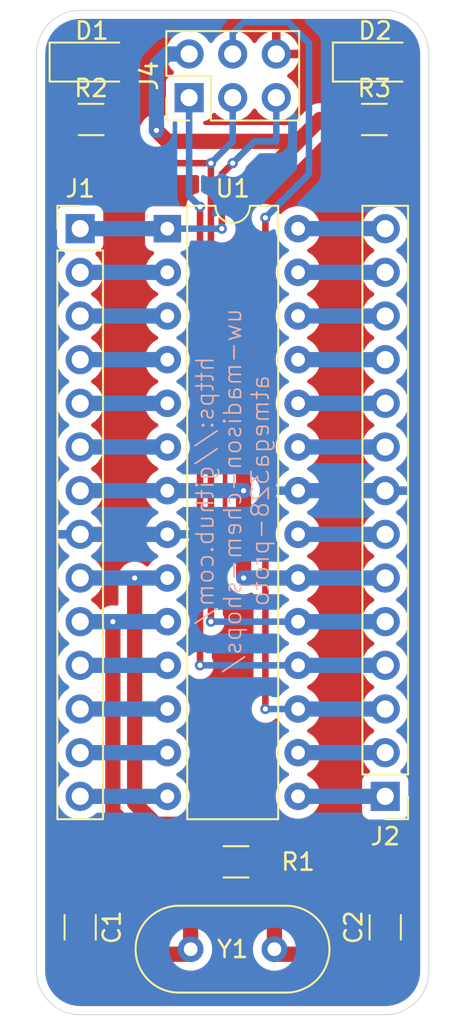
<source format=kicad_pcb>
(kicad_pcb (version 20240108) (generator "pcbnew") (generator_version "8.0")
  (title_block (title "AtMega328 protoboard") (date "2024-04-02") (rev "A") (company "Univeristy of Wisconsin-Madison") (comment 1 "Department of Chemistry") (comment 2 "Blaise Thompson") (comment 3 "blaise.thompson@wisc.edu"))
  (layers (0 "F.Cu" signal) (31 "B.Cu" signal) (34 "B.Paste" user) (35 "F.Paste" user) (36 "B.SilkS" user "B.Silkscreen") (37 "F.SilkS" user "F.Silkscreen") (38 "B.Mask" user) (39 "F.Mask" user) (44 "Edge.Cuts" user))
  (net 0 "")
  (net 1 "GND")
  (net 2 "Net-(D1-A)")
  (net 3 "VCC")
  (net 4 "MISO")
  (net 5 "RESET")
  (net 6 "MOSI")
  (net 7 "SCK")
  (net 8 "10")
  (net 9 "9")
  (net 10 "3")
  (net 11 "2")
  (net 12 "11")
  (net 13 "5")
  (net 14 "12")
  (net 15 "6")
  (net 16 "13")
  (net 17 "14")
  (net 18 "4")
  (net 19 "23")
  (net 20 "15")
  (net 21 "27")
  (net 22 "28")
  (net 23 "24")
  (net 24 "26")
  (net 25 "21")
  (net 26 "25")
  (net 27 "16")
  (net 28 "Net-(D2-A)")
  (footprint "LED_SMD:LED_1206_3216Metric_Pad1.42x1.75mm_HandSolder" (layer "F.Cu") (at 116.25 53.81)
    (property "Reference" "D2" (at 0 -1.82 0) (layer "F.SilkS"))
    (property "Value" "LED")
    (fp_line (start -2.46 -1.135) (end -2.46 1.135) (stroke (width 0.12)) (layer "F.SilkS"))
    (fp_line (start -2.46 1.135) (end 1.6 1.135) (stroke (width 0.12)) (layer "F.SilkS"))
    (fp_line (start 1.6 -1.135) (end -2.46 -1.135) (stroke (width 0.12)) (layer "F.SilkS"))
    (pad "1" smd roundrect (at -1.4875 0) (size 1.425 1.75) (layers "F.Cu" "F.Paste" "F.Mask") (roundrect_rratio 0.175439) (net 1 "GND"))
    (pad "2" smd roundrect (at 1.4875 0) (size 1.425 1.75) (layers "F.Cu" "F.Paste" "F.Mask") (roundrect_rratio 0.175439) (net 28 "Net-(D2-A)"))
  )
  (footprint "Package_DIP:DIP-28_W7.62mm" (layer "F.Cu") (at 104.14 63.5)
    (property "Reference" "U1" (at 3.81 -2.33 0) (layer "F.SilkS"))
    (property "Value" "ATmega328-P")
    (fp_line (start 1.16 -1.33) (end 1.16 34.35) (stroke (width 0.12)) (layer "F.SilkS"))
    (fp_line (start 1.16 34.35) (end 6.46 34.35) (stroke (width 0.12)) (layer "F.SilkS"))
    (fp_line (start 2.81 -1.33) (end 1.16 -1.33) (stroke (width 0.12)) (layer "F.SilkS"))
    (fp_line (start 6.46 -1.33) (end 4.81 -1.33) (stroke (width 0.12)) (layer "F.SilkS"))
    (fp_line (start 6.46 34.35) (end 6.46 -1.33) (stroke (width 0.12)) (layer "F.SilkS"))
    (fp_arc (start 4.81 -1.33) (mid 3.81 -0.33) (end 2.81 -1.33) (stroke (width 0.12)) (layer "F.SilkS"))
    (pad "1" thru_hole rect (at 0 0) (size 1.6 1.6) (drill 0.8) (layers "*.Cu" "*.Mask") (net 5 "RESET"))
    (pad "2" thru_hole oval (at 0 2.54) (size 1.6 1.6) (drill 0.8) (layers "*.Cu" "*.Mask") (net 11 "2"))
    (pad "3" thru_hole oval (at 0 5.08) (size 1.6 1.6) (drill 0.8) (layers "*.Cu" "*.Mask") (net 10 "3"))
    (pad "4" thru_hole oval (at 0 7.62) (size 1.6 1.6) (drill 0.8) (layers "*.Cu" "*.Mask") (net 18 "4"))
    (pad "5" thru_hole oval (at 0 10.16) (size 1.6 1.6) (drill 0.8) (layers "*.Cu" "*.Mask") (net 13 "5"))
    (pad "6" thru_hole oval (at 0 12.7) (size 1.6 1.6) (drill 0.8) (layers "*.Cu" "*.Mask") (net 15 "6"))
    (pad "7" thru_hole oval (at 0 15.24) (size 1.6 1.6) (drill 0.8) (layers "*.Cu" "*.Mask") (net 3 "VCC"))
    (pad "8" thru_hole oval (at 0 17.78) (size 1.6 1.6) (drill 0.8) (layers "*.Cu" "*.Mask") (net 1 "GND"))
    (pad "9" thru_hole oval (at 0 20.32) (size 1.6 1.6) (drill 0.8) (layers "*.Cu" "*.Mask") (net 9 "9"))
    (pad "10" thru_hole oval (at 0 22.86) (size 1.6 1.6) (drill 0.8) (layers "*.Cu" "*.Mask") (net 8 "10"))
    (pad "11" thru_hole oval (at 0 25.4) (size 1.6 1.6) (drill 0.8) (layers "*.Cu" "*.Mask") (net 12 "11"))
    (pad "12" thru_hole oval (at 0 27.94) (size 1.6 1.6) (drill 0.8) (layers "*.Cu" "*.Mask") (net 14 "12"))
    (pad "13" thru_hole oval (at 0 30.48) (size 1.6 1.6) (drill 0.8) (layers "*.Cu" "*.Mask") (net 16 "13"))
    (pad "14" thru_hole oval (at 0 33.02) (size 1.6 1.6) (drill 0.8) (layers "*.Cu" "*.Mask") (net 17 "14"))
    (pad "15" thru_hole oval (at 7.62 33.02) (size 1.6 1.6) (drill 0.8) (layers "*.Cu" "*.Mask") (net 20 "15"))
    (pad "16" thru_hole oval (at 7.62 30.48) (size 1.6 1.6) (drill 0.8) (layers "*.Cu" "*.Mask") (net 27 "16"))
    (pad "17" thru_hole oval (at 7.62 27.94) (size 1.6 1.6) (drill 0.8) (layers "*.Cu" "*.Mask") (net 6 "MOSI"))
    (pad "18" thru_hole oval (at 7.62 25.4) (size 1.6 1.6) (drill 0.8) (layers "*.Cu" "*.Mask") (net 4 "MISO"))
    (pad "19" thru_hole oval (at 7.62 22.86) (size 1.6 1.6) (drill 0.8) (layers "*.Cu" "*.Mask") (net 7 "SCK"))
    (pad "20" thru_hole oval (at 7.62 20.32) (size 1.6 1.6) (drill 0.8) (layers "*.Cu" "*.Mask") (net 3 "VCC"))
    (pad "21" thru_hole oval (at 7.62 17.78) (size 1.6 1.6) (drill 0.8) (layers "*.Cu" "*.Mask") (net 25 "21"))
    (pad "22" thru_hole oval (at 7.62 15.24) (size 1.6 1.6) (drill 0.8) (layers "*.Cu" "*.Mask") (net 1 "GND"))
    (pad "23" thru_hole oval (at 7.62 12.7) (size 1.6 1.6) (drill 0.8) (layers "*.Cu" "*.Mask") (net 19 "23"))
    (pad "24" thru_hole oval (at 7.62 10.16) (size 1.6 1.6) (drill 0.8) (layers "*.Cu" "*.Mask") (net 23 "24"))
    (pad "25" thru_hole oval (at 7.62 7.62) (size 1.6 1.6) (drill 0.8) (layers "*.Cu" "*.Mask") (net 26 "25"))
    (pad "26" thru_hole oval (at 7.62 5.08) (size 1.6 1.6) (drill 0.8) (layers "*.Cu" "*.Mask") (net 24 "26"))
    (pad "27" thru_hole oval (at 7.62 2.54) (size 1.6 1.6) (drill 0.8) (layers "*.Cu" "*.Mask") (net 21 "27"))
    (pad "28" thru_hole oval (at 7.62 0) (size 1.6 1.6) (drill 0.8) (layers "*.Cu" "*.Mask") (net 22 "28"))
  )
  (footprint "Resistor_SMD:R_1206_3216Metric" (layer "F.Cu") (at 108.1425 100.33 180)
    (property "Reference" "R1" (at -3.6175 0 180) (layer "F.SilkS"))
    (property "Value" "1M")
    (fp_line (start -0.727064 0.91) (end 0.727064 0.91) (stroke (width 0.12)) (layer "F.SilkS"))
    (fp_line (start -0.727064 -0.91) (end 0.727064 -0.91) (stroke (width 0.12)) (layer "F.SilkS"))
    (pad "1" smd roundrect (at -1.4625 0 180) (size 1.125 1.75) (layers "F.Cu" "F.Paste" "F.Mask") (roundrect_rratio 0.222222) (net 9 "9"))
    (pad "2" smd roundrect (at 1.4625 0 180) (size 1.125 1.75) (layers "F.Cu" "F.Paste" "F.Mask") (roundrect_rratio 0.222222) (net 8 "10"))
  )
  (footprint "Capacitor_SMD:C_1206_3216Metric_Pad1.33x1.80mm_HandSolder" (layer "F.Cu") (at 99.06 104.14 -90)
    (property "Reference" "C1" (at 0 -1.85 90) (layer "F.SilkS"))
    (property "Value" "20p")
    (fp_line (start -0.711252 0.91) (end 0.711252 0.91) (stroke (width 0.12)) (layer "F.SilkS"))
    (fp_line (start -0.711252 -0.91) (end 0.711252 -0.91) (stroke (width 0.12)) (layer "F.SilkS"))
    (pad "1" smd roundrect (at -1.5625 0 270) (size 1.325 1.8) (layers "F.Cu" "F.Paste" "F.Mask") (roundrect_rratio 0.188679) (net 1 "GND"))
    (pad "2" smd roundrect (at 1.5625 0 270) (size 1.325 1.8) (layers "F.Cu" "F.Paste" "F.Mask") (roundrect_rratio 0.188679) (net 8 "10"))
  )
  (footprint "Capacitor_SMD:C_1206_3216Metric_Pad1.33x1.80mm_HandSolder" (layer "F.Cu") (at 116.84 104.14 90)
    (property "Reference" "C2" (at 0 -1.85 -90) (layer "F.SilkS"))
    (property "Value" "20p")
    (fp_line (start -0.711252 -0.91) (end 0.711252 -0.91) (stroke (width 0.12)) (layer "F.SilkS"))
    (fp_line (start -0.711252 0.91) (end 0.711252 0.91) (stroke (width 0.12)) (layer "F.SilkS"))
    (pad "1" smd roundrect (at -1.5625 0 90) (size 1.325 1.8) (layers "F.Cu" "F.Paste" "F.Mask") (roundrect_rratio 0.188679) (net 9 "9"))
    (pad "2" smd roundrect (at 1.5625 0 90) (size 1.325 1.8) (layers "F.Cu" "F.Paste" "F.Mask") (roundrect_rratio 0.188679) (net 1 "GND"))
  )
  (footprint "LED_SMD:LED_1206_3216Metric_Pad1.42x1.75mm_HandSolder" (layer "F.Cu") (at 99.74 53.81)
    (property "Reference" "D1" (at 0 -1.82 0) (layer "F.SilkS"))
    (property "Value" "LED")
    (fp_line (start -2.46 -1.135) (end -2.46 1.135) (stroke (width 0.12)) (layer "F.SilkS"))
    (fp_line (start -2.46 1.135) (end 1.6 1.135) (stroke (width 0.12)) (layer "F.SilkS"))
    (fp_line (start 1.6 -1.135) (end -2.46 -1.135) (stroke (width 0.12)) (layer "F.SilkS"))
    (pad "1" smd roundrect (at -1.4875 0) (size 1.425 1.75) (layers "F.Cu" "F.Paste" "F.Mask") (roundrect_rratio 0.175439) (net 1 "GND"))
    (pad "2" smd roundrect (at 1.4875 0) (size 1.425 1.75) (layers "F.Cu" "F.Paste" "F.Mask") (roundrect_rratio 0.175439) (net 2 "Net-(D1-A)"))
  )
  (footprint "Connector_PinHeader_2.54mm:PinHeader_1x14_P2.54mm_Vertical" (layer "F.Cu") (at 99.06 63.5)
    (property "Reference" "J1" (at 0 -2.33 0) (layer "F.SilkS"))
    (property "Value" "Conn_01x14")
    (fp_line (start -1.33 -1.33) (end 0 -1.33) (stroke (width 0.12)) (layer "F.SilkS"))
    (fp_line (start -1.33 0) (end -1.33 -1.33) (stroke (width 0.12)) (layer "F.SilkS"))
    (fp_line (start -1.33 1.27) (end -1.33 34.35) (stroke (width 0.12)) (layer "F.SilkS"))
    (fp_line (start -1.33 1.27) (end 1.33 1.27) (stroke (width 0.12)) (layer "F.SilkS"))
    (fp_line (start -1.33 34.35) (end 1.33 34.35) (stroke (width 0.12)) (layer "F.SilkS"))
    (fp_line (start 1.33 1.27) (end 1.33 34.35) (stroke (width 0.12)) (layer "F.SilkS"))
    (pad "1" thru_hole rect (at 0 0) (size 1.7 1.7) (drill 1) (layers "*.Cu" "*.Mask") (net 5 "RESET"))
    (pad "2" thru_hole oval (at 0 2.54) (size 1.7 1.7) (drill 1) (layers "*.Cu" "*.Mask") (net 11 "2"))
    (pad "3" thru_hole oval (at 0 5.08) (size 1.7 1.7) (drill 1) (layers "*.Cu" "*.Mask") (net 10 "3"))
    (pad "4" thru_hole oval (at 0 7.62) (size 1.7 1.7) (drill 1) (layers "*.Cu" "*.Mask") (net 18 "4"))
    (pad "5" thru_hole oval (at 0 10.16) (size 1.7 1.7) (drill 1) (layers "*.Cu" "*.Mask") (net 13 "5"))
    (pad "6" thru_hole oval (at 0 12.7) (size 1.7 1.7) (drill 1) (layers "*.Cu" "*.Mask") (net 15 "6"))
    (pad "7" thru_hole oval (at 0 15.24) (size 1.7 1.7) (drill 1) (layers "*.Cu" "*.Mask") (net 3 "VCC"))
    (pad "8" thru_hole oval (at 0 17.78) (size 1.7 1.7) (drill 1) (layers "*.Cu" "*.Mask") (net 1 "GND"))
    (pad "9" thru_hole oval (at 0 20.32) (size 1.7 1.7) (drill 1) (layers "*.Cu" "*.Mask") (net 9 "9"))
    (pad "10" thru_hole oval (at 0 22.86) (size 1.7 1.7) (drill 1) (layers "*.Cu" "*.Mask") (net 8 "10"))
    (pad "11" thru_hole oval (at 0 25.4) (size 1.7 1.7) (drill 1) (layers "*.Cu" "*.Mask") (net 12 "11"))
    (pad "12" thru_hole oval (at 0 27.94) (size 1.7 1.7) (drill 1) (layers "*.Cu" "*.Mask") (net 14 "12"))
    (pad "13" thru_hole oval (at 0 30.48) (size 1.7 1.7) (drill 1) (layers "*.Cu" "*.Mask") (net 16 "13"))
    (pad "14" thru_hole oval (at 0 33.02) (size 1.7 1.7) (drill 1) (layers "*.Cu" "*.Mask") (net 17 "14"))
  )
  (footprint "Resistor_SMD:R_1206_3216Metric_Pad1.30x1.75mm_HandSolder" (layer "F.Cu") (at 116.205 57.15)
    (property "Reference" "R3" (at 0 -1.82 0) (layer "F.SilkS"))
    (property "Value" "R_US")
    (fp_line (start -0.727064 -0.91) (end 0.727064 -0.91) (stroke (width 0.12)) (layer "F.SilkS"))
    (fp_line (start -0.727064 0.91) (end 0.727064 0.91) (stroke (width 0.12)) (layer "F.SilkS"))
    (pad "1" smd roundrect (at -1.55 0) (size 1.3 1.75) (layers "F.Cu" "F.Paste" "F.Mask") (roundrect_rratio 0.192308) (net 3 "VCC"))
    (pad "2" smd roundrect (at 1.55 0) (size 1.3 1.75) (layers "F.Cu" "F.Paste" "F.Mask") (roundrect_rratio 0.192308) (net 28 "Net-(D2-A)"))
  )
  (footprint "Connector_PinHeader_2.54mm:PinHeader_2x03_P2.54mm_Vertical" (layer "F.Cu") (at 105.41 55.88 90)
    (property "Reference" "J4" (at 1.27 -2.33 -90) (layer "F.SilkS"))
    (property "Value" "AVR-ISP-6")
    (fp_line (start 3.87 -1.33) (end 3.87 6.41) (stroke (width 0.12)) (layer "F.SilkS"))
    (fp_line (start 1.27 -1.33) (end 3.87 -1.33) (stroke (width 0.12)) (layer "F.SilkS"))
    (fp_line (start -1.33 -1.33) (end 0 -1.33) (stroke (width 0.12)) (layer "F.SilkS"))
    (fp_line (start -1.33 0) (end -1.33 -1.33) (stroke (width 0.12)) (layer "F.SilkS"))
    (fp_line (start 1.27 1.27) (end 1.27 -1.33) (stroke (width 0.12)) (layer "F.SilkS"))
    (fp_line (start -1.33 1.27) (end 1.27 1.27) (stroke (width 0.12)) (layer "F.SilkS"))
    (fp_line (start -1.33 1.27) (end -1.33 6.41) (stroke (width 0.12)) (layer "F.SilkS"))
    (fp_line (start -1.33 6.41) (end 3.87 6.41) (stroke (width 0.12)) (layer "F.SilkS"))
    (pad "1" thru_hole rect (at 0 0 90) (size 1.7 1.7) (drill 1) (layers "*.Cu" "*.Mask") (net 4 "MISO"))
    (pad "2" thru_hole oval (at 2.54 0 90) (size 1.7 1.7) (drill 1) (layers "*.Cu" "*.Mask") (net 3 "VCC"))
    (pad "3" thru_hole oval (at 0 2.54 90) (size 1.7 1.7) (drill 1) (layers "*.Cu" "*.Mask") (net 7 "SCK"))
    (pad "4" thru_hole oval (at 2.54 2.54 90) (size 1.7 1.7) (drill 1) (layers "*.Cu" "*.Mask") (net 6 "MOSI"))
    (pad "5" thru_hole oval (at 0 5.08 90) (size 1.7 1.7) (drill 1) (layers "*.Cu" "*.Mask") (net 5 "RESET"))
    (pad "6" thru_hole oval (at 2.54 5.08 90) (size 1.7 1.7) (drill 1) (layers "*.Cu" "*.Mask") (net 1 "GND"))
  )
  (footprint "Connector_PinHeader_2.54mm:PinHeader_1x14_P2.54mm_Vertical" (layer "F.Cu") (at 116.84 96.52 180)
    (property "Reference" "J2" (at 0 -2.33 180) (layer "F.SilkS"))
    (property "Value" "Conn_01x14")
    (fp_line (start 1.33 1.27) (end 1.33 34.35) (stroke (width 0.12)) (layer "F.SilkS"))
    (fp_line (start -1.33 34.35) (end 1.33 34.35) (stroke (width 0.12)) (layer "F.SilkS"))
    (fp_line (start -1.33 1.27) (end 1.33 1.27) (stroke (width 0.12)) (layer "F.SilkS"))
    (fp_line (start -1.33 1.27) (end -1.33 34.35) (stroke (width 0.12)) (layer "F.SilkS"))
    (fp_line (start -1.33 0) (end -1.33 -1.33) (stroke (width 0.12)) (layer "F.SilkS"))
    (fp_line (start -1.33 -1.33) (end 0 -1.33) (stroke (width 0.12)) (layer "F.SilkS"))
    (pad "1" thru_hole rect (at 0 0 180) (size 1.7 1.7) (drill 1) (layers "*.Cu" "*.Mask") (net 20 "15"))
    (pad "2" thru_hole oval (at 0 2.54 180) (size 1.7 1.7) (drill 1) (layers "*.Cu" "*.Mask") (net 27 "16"))
    (pad "3" thru_hole oval (at 0 5.08 180) (size 1.7 1.7) (drill 1) (layers "*.Cu" "*.Mask") (net 6 "MOSI"))
    (pad "4" thru_hole oval (at 0 7.62 180) (size 1.7 1.7) (drill 1) (layers "*.Cu" "*.Mask") (net 4 "MISO"))
    (pad "5" thru_hole oval (at 0 10.16 180) (size 1.7 1.7) (drill 1) (layers "*.Cu" "*.Mask") (net 7 "SCK"))
    (pad "6" thru_hole oval (at 0 12.7 180) (size 1.7 1.7) (drill 1) (layers "*.Cu" "*.Mask") (net 3 "VCC"))
    (pad "7" thru_hole oval (at 0 15.24 180) (size 1.7 1.7) (drill 1) (layers "*.Cu" "*.Mask") (net 25 "21"))
    (pad "8" thru_hole oval (at 0 17.78 180) (size 1.7 1.7) (drill 1) (layers "*.Cu" "*.Mask") (net 1 "GND"))
    (pad "9" thru_hole oval (at 0 20.32 180) (size 1.7 1.7) (drill 1) (layers "*.Cu" "*.Mask") (net 19 "23"))
    (pad "10" thru_hole oval (at 0 22.86 180) (size 1.7 1.7) (drill 1) (layers "*.Cu" "*.Mask") (net 23 "24"))
    (pad "11" thru_hole oval (at 0 25.4 180) (size 1.7 1.7) (drill 1) (layers "*.Cu" "*.Mask") (net 26 "25"))
    (pad "12" thru_hole oval (at 0 27.94 180) (size 1.7 1.7) (drill 1) (layers "*.Cu" "*.Mask") (net 24 "26"))
    (pad "13" thru_hole oval (at 0 30.48 180) (size 1.7 1.7) (drill 1) (layers "*.Cu" "*.Mask") (net 21 "27"))
    (pad "14" thru_hole oval (at 0 33.02 180) (size 1.7 1.7) (drill 1) (layers "*.Cu" "*.Mask") (net 22 "28"))
  )
  (footprint "Crystal:Crystal_HC49-U_Vertical" (layer "F.Cu") (at 105.5 105.41)
    (property "Reference" "Y1" (at 2.45 0 0) (layer "F.SilkS"))
    (property "Value" "16M")
    (fp_line (start -0.685 -2.525) (end 5.565 -2.525) (stroke (width 0.12)) (layer "F.SilkS"))
    (fp_line (start -0.685 2.525) (end 5.565 2.525) (stroke (width 0.12)) (layer "F.SilkS"))
    (fp_arc (start -0.685 2.525) (mid -3.21 0) (end -0.685 -2.525) (stroke (width 0.12)) (layer "F.SilkS"))
    (fp_arc (start 5.565 -2.525) (mid 8.09 0) (end 5.565 2.525) (stroke (width 0.12)) (layer "F.SilkS"))
    (pad "1" thru_hole circle (at 0 0) (size 1.5 1.5) (drill 0.8) (layers "*.Cu" "*.Mask") (net 8 "10"))
    (pad "2" thru_hole circle (at 4.88 0) (size 1.5 1.5) (drill 0.8) (layers "*.Cu" "*.Mask") (net 9 "9"))
  )
  (footprint "Resistor_SMD:R_1206_3216Metric_Pad1.30x1.75mm_HandSolder" (layer "F.Cu") (at 99.695 57.15)
    (property "Reference" "R2" (at 0 -1.82 0) (layer "F.SilkS"))
    (property "Value" "R_US")
    (fp_line (start -0.727064 -0.91) (end 0.727064 -0.91) (stroke (width 0.12)) (layer "F.SilkS"))
    (fp_line (start -0.727064 0.91) (end 0.727064 0.91) (stroke (width 0.12)) (layer "F.SilkS"))
    (pad "1" smd roundrect (at -1.55 0) (size 1.3 1.75) (layers "F.Cu" "F.Paste" "F.Mask") (roundrect_rratio 0.192308) (net 7 "SCK"))
    (pad "2" smd roundrect (at 1.55 0) (size 1.3 1.75) (layers "F.Cu" "F.Paste" "F.Mask") (roundrect_rratio 0.192308) (net 2 "Net-(D1-A)"))
  )
  (gr_arc (start 119.38 106.68) (mid 118.636051 108.476051) (end 116.84 109.22) (stroke (width 0.05)) (layer "Edge.Cuts"))
  (gr_line (start 116.84 50.8) (end 99.06 50.8) (stroke (width 0.05)) (layer "Edge.Cuts"))
  (gr_line (start 99.06 109.22) (end 116.84 109.22) (stroke (width 0.05)) (layer "Edge.Cuts"))
  (gr_arc (start 99.06 109.22) (mid 97.263949 108.476051) (end 96.52 106.68) (stroke (width 0.05)) (layer "Edge.Cuts"))
  (gr_line (start 119.38 53.34) (end 119.38 106.68) (stroke (width 0.05)) (layer "Edge.Cuts"))
  (gr_arc (start 96.52 53.34) (mid 97.263949 51.543949) (end 99.06 50.8) (stroke (width 0.05)) (layer "Edge.Cuts"))
  (gr_arc (start 116.84 50.8) (mid 118.636051 51.543949) (end 119.38 53.34) (stroke (width 0.05)) (layer "Edge.Cuts"))
  (gr_line (start 96.52 53.34) (end 96.52 106.68) (stroke (width 0.05)) (layer "Edge.Cuts"))
  (gr_text "https://github.com/\nuw-madison-chem-shops/\natmega328-proto" (at 107.95 78.74 90) (layer "B.SilkS") (effects (font (size 1 1) (thickness 0.1)) (justify mirror)))
  (segment (start 111.76 78.74) (end 116.84 78.74) (width 0.889) (layer "B.Cu") (net 1))
  (segment (start 104.14 81.28) (end 99.06 81.28) (width 0.889) (layer "B.Cu") (net 1))
  (segment (start 101.245 57.15) (end 101.245 53.8275) (width 0.889) (layer "F.Cu") (net 2))
  (segment (start 101.245 53.8275) (end 101.2275 53.81) (width 0.889) (layer "F.Cu") (net 2))
  (segment (start 108.585 78.74) (end 108.585 83.82) (width 0.889) (layer "F.Cu") (net 3))
  (segment (start 108.585 61.595) (end 108.585 62.865) (width 0.889) (layer "F.Cu") (net 3))
  (segment (start 111.76 58.42) (end 108.585 61.595) (width 0.889) (layer "F.Cu") (net 3))
  (segment (start 104.14 58.42) (end 103.505 57.785) (width 0.889) (layer "F.Cu") (net 3))
  (segment (start 113.03 57.15) (end 111.76 58.42) (width 0.889) (layer "F.Cu") (net 3))
  (segment (start 108.585 62.865) (end 108.585 78.74) (width 0.889) (layer "F.Cu") (net 3))
  (segment (start 114.655 57.15) (end 113.03 57.15) (width 0.889) (layer "F.Cu") (net 3))
  (segment (start 111.76 58.42) (end 104.14 58.42) (width 0.889) (layer "F.Cu") (net 3))
  (via (at 103.505 57.785) (size 0.6) (drill 0.3) (layers "F.Cu" "B.Cu") (net 3))
  (via (at 108.585 83.82) (size 0.6) (drill 0.3) (layers "F.Cu" "B.Cu") (net 3))
  (via (at 108.585 78.74) (size 0.6) (drill 0.3) (layers "F.Cu" "B.Cu") (net 3))
  (segment (start 111.76 83.82) (end 116.84 83.82) (width 0.889) (layer "B.Cu") (net 3))
  (segment (start 105.41 53.34) (end 104.14 53.34) (width 0.889) (layer "B.Cu") (net 3))
  (segment (start 103.505 53.975) (end 103.505 57.785) (width 0.889) (layer "B.Cu") (net 3))
  (segment (start 104.14 53.34) (end 103.505 53.975) (width 0.889) (layer "B.Cu") (net 3))
  (segment (start 104.14 78.74) (end 99.06 78.74) (width 0.889) (layer "B.Cu") (net 3))
  (segment (start 104.14 78.74) (end 108.585 78.74) (width 0.889) (layer "B.Cu") (net 3))
  (segment (start 108.585 83.82) (end 111.76 83.82) (width 0.889) (layer "B.Cu") (net 3))
  (segment (start 106.045 62.23) (end 106.045 88.9) (width 0.381) (layer "F.Cu") (net 4))
  (via (at 106.045 88.9) (size 0.6) (drill 0.3) (layers "F.Cu" "B.Cu") (net 4))
  (via (at 106.045 62.23) (size 0.6) (drill 0.3) (layers "F.Cu" "B.Cu") (net 4))
  (segment (start 105.41 55.88) (end 105.41 61.595) (width 0.381) (layer "B.Cu") (net 4))
  (segment (start 105.41 61.595) (end 106.045 62.23) (width 0.381) (layer "B.Cu") (net 4))
  (segment (start 111.76 88.9) (end 116.84 88.9) (width 0.889) (layer "B.Cu") (net 4))
  (segment (start 106.045 88.9) (end 111.76 88.9) (width 0.381) (layer "B.Cu") (net 4))
  (segment (start 107.315 60.325) (end 107.315 63.5) (width 0.381) (layer "F.Cu") (net 5))
  (segment (start 107.95 59.69) (end 107.315 60.325) (width 0.381) (layer "F.Cu") (net 5))
  (via (at 107.95 59.69) (size 0.6) (drill 0.3) (layers "F.Cu" "B.Cu") (net 5))
  (via (at 107.315 63.5) (size 0.6) (drill 0.3) (layers "F.Cu" "B.Cu") (net 5))
  (segment (start 110.49 57.15) (end 110.49 58.42) (width 0.381) (layer "B.Cu") (net 5))
  (segment (start 110.49 58.42) (end 109.22 58.42) (width 0.381) (layer "B.Cu") (net 5))
  (segment (start 107.315 63.5) (end 104.14 63.5) (width 0.381) (layer "B.Cu") (net 5))
  (segment (start 110.49 55.88) (end 110.49 57.15) (width 0.381) (layer "B.Cu") (net 5))
  (segment (start 104.14 63.5) (end 99.06 63.5) (width 0.889) (layer "B.Cu") (net 5))
  (segment (start 109.22 58.42) (end 107.95 59.69) (width 0.381) (layer "B.Cu") (net 5))
  (segment (start 109.855 62.865) (end 109.855 91.44) (width 0.381) (layer "F.Cu") (net 6))
  (via (at 109.855 91.44) (size 0.6) (drill 0.3) (layers "F.Cu" "B.Cu") (net 6))
  (via (at 109.855 62.865) (size 0.6) (drill 0.3) (layers "F.Cu" "B.Cu") (net 6))
  (segment (start 108.585 51.4905) (end 111.1805 51.4905) (width 0.381) (layer "B.Cu") (net 6))
  (segment (start 112.395 60.325) (end 111.125 61.595) (width 0.381) (layer "B.Cu") (net 6))
  (segment (start 111.76 91.44) (end 116.84 91.44) (width 0.889) (layer "B.Cu") (net 6))
  (segment (start 109.855 91.44) (end 111.76 91.44) (width 0.381) (layer "B.Cu") (net 6))
  (segment (start 107.95 52.1255) (end 108.585 51.4905) (width 0.381) (layer "B.Cu") (net 6))
  (segment (start 112.395 52.705) (end 112.395 60.325) (width 0.381) (layer "B.Cu") (net 6))
  (segment (start 107.95 53.34) (end 107.95 52.1255) (width 0.381) (layer "B.Cu") (net 6))
  (segment (start 111.1805 51.4905) (end 112.395 52.705) (width 0.381) (layer "B.Cu") (net 6))
  (segment (start 111.125 61.595) (end 109.855 62.865) (width 0.381) (layer "B.Cu") (net 6))
  (segment (start 106.68 60.325) (end 106.68 86.36) (width 0.381) (layer "F.Cu") (net 7))
  (segment (start 106.68 59.69) (end 100.685 59.69) (width 0.381) (layer "F.Cu") (net 7))
  (segment (start 106.68 59.69) (end 106.68 60.325) (width 0.381) (layer "F.Cu") (net 7))
  (segment (start 100.685 59.69) (end 98.145 57.15) (width 0.381) (layer "F.Cu") (net 7))
  (via (at 106.68 59.69) (size 0.6) (drill 0.3) (layers "F.Cu" "B.Cu") (net 7))
  (via (at 106.68 86.36) (size 0.6) (drill 0.3) (layers "F.Cu" "B.Cu") (net 7))
  (segment (start 111.76 86.36) (end 116.84 86.36) (width 0.889) (layer "B.Cu") (net 7))
  (segment (start 107.95 58.42) (end 106.68 59.69) (width 0.381) (layer "B.Cu") (net 7))
  (segment (start 107.95 55.88) (end 107.95 58.42) (width 0.381) (layer "B.Cu") (net 7))
  (segment (start 106.68 86.36) (end 111.76 86.36) (width 0.381) (layer "B.Cu") (net 7))
  (segment (start 105.5 105.41) (end 105.5 101.51) (width 0.889) (layer "F.Cu") (net 8))
  (segment (start 103.855143 100.33) (end 106.68 100.33) (width 0.889) (layer "F.Cu") (net 8))
  (segment (start 100.965 86.36) (end 100.965 97.439857) (width 0.889) (layer "F.Cu") (net 8))
  (segment (start 99.06 105.7025) (end 105.2075 105.7025) (width 0.889) (layer "F.Cu") (net 8))
  (segment (start 105.2075 105.7025) (end 105.5 105.41) (width 0.889) (layer "F.Cu") (net 8))
  (segment (start 100.965 97.439857) (end 103.855143 100.33) (width 0.889) (layer "F.Cu") (net 8))
  (segment (start 105.5 101.51) (end 106.68 100.33) (width 0.889) (layer "F.Cu") (net 8))
  (via (at 100.965 86.36) (size 0.6) (drill 0.3) (layers "F.Cu" "B.Cu") (net 8))
  (segment (start 104.14 86.36) (end 99.06 86.36) (width 0.889) (layer "B.Cu") (net 8))
  (segment (start 110.38 105.41) (end 110.38 101.105) (width 0.889) (layer "F.Cu") (net 9))
  (segment (start 107.4205 98.1455) (end 109.605 100.33) (width 0.889) (layer "F.Cu") (net 9))
  (segment (start 116.84 105.7025) (end 110.6725 105.7025) (width 0.889) (layer "F.Cu") (net 9))
  (segment (start 102.235 96.913805) (end 103.466695 98.1455) (width 0.889) (layer "F.Cu") (net 9))
  (segment (start 110.38 101.105) (end 109.605 100.33) (width 0.889) (layer "F.Cu") (net 9))
  (segment (start 102.235 83.82) (end 102.235 96.913805) (width 0.889) (layer "F.Cu") (net 9))
  (segment (start 103.466695 98.1455) (end 107.4205 98.1455) (width 0.889) (layer "F.Cu") (net 9))
  (segment (start 110.6725 105.7025) (end 110.38 105.41) (width 0.889) (layer "F.Cu") (net 9))
  (via (at 102.235 83.82) (size 0.6) (drill 0.3) (layers "F.Cu" "B.Cu") (net 9))
  (segment (start 104.14 83.82) (end 99.06 83.82) (width 0.889) (layer "B.Cu") (net 9))
  (segment (start 104.14 68.58) (end 99.06 68.58) (width 0.889) (layer "B.Cu") (net 10))
  (segment (start 104.14 66.04) (end 99.06 66.04) (width 0.889) (layer "B.Cu") (net 11))
  (segment (start 104.14 88.9) (end 99.06 88.9) (width 0.889) (layer "B.Cu") (net 12))
  (segment (start 104.14 73.66) (end 99.06 73.66) (width 0.889) (layer "B.Cu") (net 13))
  (segment (start 104.14 91.44) (end 99.06 91.44) (width 0.889) (layer "B.Cu") (net 14))
  (segment (start 104.14 76.2) (end 99.06 76.2) (width 0.889) (layer "B.Cu") (net 15))
  (segment (start 104.14 93.98) (end 99.06 93.98) (width 0.889) (layer "B.Cu") (net 16))
  (segment (start 104.14 96.52) (end 99.06 96.52) (width 0.889) (layer "B.Cu") (net 17))
  (segment (start 104.14 71.12) (end 99.06 71.12) (width 0.889) (layer "B.Cu") (net 18))
  (segment (start 111.76 76.2) (end 116.84 76.2) (width 0.889) (layer "B.Cu") (net 19))
  (segment (start 111.76 96.52) (end 116.84 96.52) (width 0.889) (layer "B.Cu") (net 20))
  (segment (start 111.76 66.04) (end 116.84 66.04) (width 0.889) (layer "B.Cu") (net 21))
  (segment (start 111.76 63.5) (end 116.84 63.5) (width 0.889) (layer "B.Cu") (net 22))
  (segment (start 111.76 73.66) (end 116.84 73.66) (width 0.889) (layer "B.Cu") (net 23))
  (segment (start 111.76 68.58) (end 116.84 68.58) (width 0.889) (layer "B.Cu") (net 24))
  (segment (start 111.76 81.28) (end 116.84 81.28) (width 0.889) (layer "B.Cu") (net 25))
  (segment (start 111.76 71.12) (end 116.84 71.12) (width 0.889) (layer "B.Cu") (net 26))
  (segment (start 111.76 93.98) (end 116.84 93.98) (width 0.889) (layer "B.Cu") (net 27))
  (segment (start 117.7375 53.81) (end 117.7375 57.1325) (width 0.889) (layer "F.Cu") (net 28))
  (segment (start 117.7375 57.1325) (end 117.755 57.15) (width 0.889) (layer "F.Cu") (net 28))
  (zone (net 1) (net_name "GND") (layer "F.Cu") (priority 1) (connect_pads (clearance 0.5)) (min_thickness 0.25) (fill yes (thermal_gap 0.5) (thermal_bridge_width 0.5))
    (polygon (pts (xy 96.52 50.8) (xy 119.38 50.8) (xy 119.38 109.22) (xy 96.52 109.22)))
  )
  (zone (net 1) (net_name "GND") (layer "B.Cu") (connect_pads (clearance 0.5)) (min_thickness 0.25) (fill yes (thermal_gap 0.5) (thermal_bridge_width 0.5))
    (polygon (pts (xy 119.38 50.8) (xy 96.52 50.8) (xy 96.52 109.22) (xy 119.38 109.22)))
  )
)
</source>
